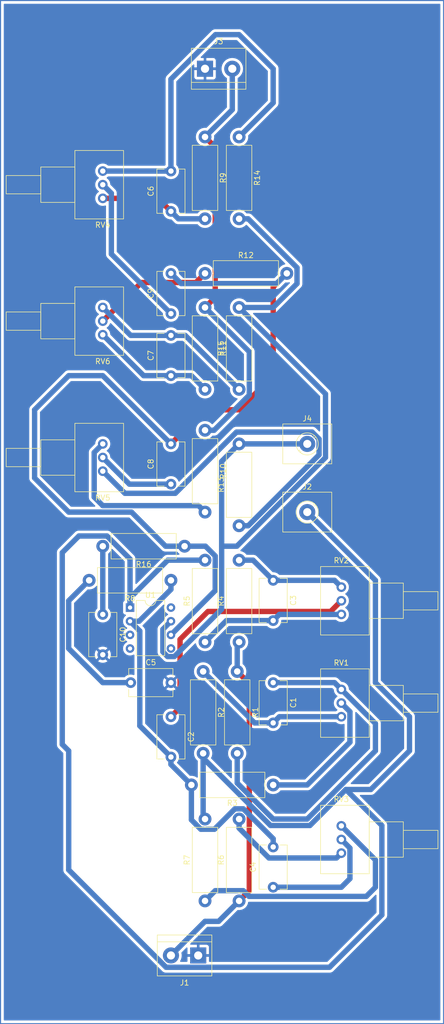
<source format=kicad_pcb>
(kicad_pcb (version 20221018) (generator pcbnew)
  (title_block (title "Band Equalizer Module ") (date "23.07.2023") (rev "1.0") (company "by Muxtar_Safarov"))
  (layers (0 "F.Cu" signal) (31 "B.Cu" signal) (34 "B.Paste" user) (35 "F.Paste" user) (36 "B.SilkS" user "B.Silkscreen") (37 "F.SilkS" user "F.Silkscreen") (38 "B.Mask" user) (39 "F.Mask" user) (44 "Edge.Cuts" user))
  (net 0 "")
  (net 1 "Net-(C1-Pad1)")
  (net 2 "Net-(C1-Pad2)")
  (net 3 "Net-(C2-Pad1)")
  (net 4 "Net-(U1A--)")
  (net 5 "Net-(C3-Pad1)")
  (net 6 "Net-(C3-Pad2)")
  (net 7 "Net-(C4-Pad1)")
  (net 8 "Net-(C5-Pad1)")
  (net 9 "Earth")
  (net 10 "Net-(C6-Pad1)")
  (net 11 "Net-(C6-Pad2)")
  (net 12 "Net-(C7-Pad1)")
  (net 13 "Net-(C7-Pad2)")
  (net 14 "Net-(C8-Pad1)")
  (net 15 "Net-(U1B--)")
  (net 16 "Net-(C9-Pad1)")
  (net 17 "Net-(C10-Pad1)")
  (net 18 "Net-(J1-Pin_2)")
  (net 19 "Net-(J2-Pin_1)")
  (net 20 "Net-(J3-Pin_2)")
  (net 21 "Net-(J4-Pin_1)")
  (net 22 "Net-(R3-Pad1)")
  (net 23 "Net-(R6-Pad2)")
  (net 24 "Net-(R7-Pad1)")
  (net 25 "Net-(R10-Pad2)")
  (net 26 "Net-(R12-Pad1)")
  (net 27 "Net-(R13-Pad1)")
  (net 28 "-15V")
  (net 29 "+15V")
  (footprint "Resistor_THT:R_Axial_DIN0414_L11.9mm_D4.5mm_P15.24mm_Horizontal" (layer "F.Cu") (at 101.6 180.34 90)
    (fp_text reference "R6" (at 7.62 -3.37 90) (layer "F.SilkS"))
    (fp_text value "1,8K")
    (pad "1" thru_hole circle (at 0 0 90) (size 2.4 2.4) (drill 1.2) (layers "*.Cu" "*.Mask") (net 18 "Net-(J1-Pin_2)"))
    (pad "2" thru_hole oval (at 15.24 0 90) (size 2.4 2.4) (drill 1.2) (layers "*.Cu" "*.Mask") (net 23 "Net-(R6-Pad2)"))
  )
  (footprint "Resistor_THT:R_Axial_DIN0414_L11.9mm_D4.5mm_P15.24mm_Horizontal" (layer "F.Cu") (at 95.25 69.85 -90)
    (fp_text reference "R11" (at 7.62 -3.37 90) (layer "F.SilkS"))
    (fp_text value "10K")
    (pad "1" thru_hole circle (at 0 0 270) (size 2.4 2.4) (drill 1.2) (layers "*.Cu" "*.Mask") (net 20 "Net-(J3-Pin_2)"))
    (pad "2" thru_hole oval (at 15.24 0 270) (size 2.4 2.4) (drill 1.2) (layers "*.Cu" "*.Mask") (net 12 "Net-(C7-Pad1)"))
  )
  (footprint "Potentiometer_THT:Potentiometer_Vishay_148-149_Single_Horizontal" (layer "F.Cu") (at 76.2 95.25 180)
    (fp_text reference "RV5" (at 0 -10.04) (layer "F.SilkS"))
    (fp_text value "1K")
    (pad "1" thru_hole circle (at 0 0 180) (size 1.8 1.8) (drill 1) (layers "*.Cu" "*.Mask") (net 25 "Net-(R10-Pad2)"))
    (pad "2" thru_hole circle (at 0 -2.54 180) (size 1.8 1.8) (drill 1) (layers "*.Cu" "*.Mask") (net 14 "Net-(C8-Pad1)"))
    (pad "3" thru_hole circle (at 0 -5.08 180) (size 1.8 1.8) (drill 1) (layers "*.Cu" "*.Mask") (net 27 "Net-(R13-Pad1)"))
  )
  (footprint "Capacitor_THT:C_Disc_D8.0mm_W5.0mm_P7.50mm" (layer "F.Cu") (at 88.9 51.95 90)
    (fp_text reference "C6" (at 3.75 -3.75 90) (layer "F.SilkS"))
    (fp_text value "4,7nF")
    (pad "1" thru_hole circle (at 0 0 90) (size 2 2) (drill 1) (layers "*.Cu" "*.Mask") (net 10 "Net-(C6-Pad1)"))
    (pad "2" thru_hole circle (at 7.5 0 90) (size 2 2) (drill 1) (layers "*.Cu" "*.Mask") (net 11 "Net-(C6-Pad2)"))
  )
  (footprint "Potentiometer_THT:Potentiometer_Vishay_148-149_Single_Horizontal" (layer "F.Cu") (at 120.65 127)
    (fp_text reference "RV2" (at 0 -10.04) (layer "F.SilkS"))
    (fp_text value "100K")
    (pad "1" thru_hole circle (at 0 0) (size 1.8 1.8) (drill 1) (layers "*.Cu" "*.Mask") (net 6 "Net-(C3-Pad2)"))
    (pad "2" thru_hole circle (at 0 -2.54) (size 1.8 1.8) (drill 1) (layers "*.Cu" "*.Mask") (net 3 "Net-(C2-Pad1)"))
    (pad "3" thru_hole circle (at 0 -5.08) (size 1.8 1.8) (drill 1) (layers "*.Cu" "*.Mask") (net 5 "Net-(C3-Pad1)"))
  )
  (footprint "Resistor_THT:R_Axial_DIN0414_L11.9mm_D4.5mm_P15.24mm_Horizontal" (layer "F.Cu") (at 107.95 158.75 180)
    (fp_text reference "R3" (at 7.62 -3.37) (layer "F.SilkS"))
    (fp_text value "10K")
    (pad "1" thru_hole circle (at 0 0 180) (size 2.4 2.4) (drill 1.2) (layers "*.Cu" "*.Mask") (net 22 "Net-(R3-Pad1)"))
    (pad "2" thru_hole oval (at 15.24 0 180) (size 2.4 2.4) (drill 1.2) (layers "*.Cu" "*.Mask") (net 4 "Net-(U1A--)"))
  )
  (footprint "Resistor_THT:R_Axial_DIN0414_L11.9mm_D4.5mm_P15.24mm_Horizontal" (layer "F.Cu") (at 95.25 63.5)
    (fp_text reference "R12" (at 7.62 -3.37) (layer "F.SilkS"))
    (fp_text value "10K")
    (pad "1" thru_hole circle (at 0 0) (size 2.4 2.4) (drill 1.2) (layers "*.Cu" "*.Mask") (net 26 "Net-(R12-Pad1)"))
    (pad "2" thru_hole oval (at 15.24 0) (size 2.4 2.4) (drill 1.2) (layers "*.Cu" "*.Mask") (net 15 "Net-(U1B--)"))
  )
  (footprint "TerminalBlock_MetzConnect:TerminalBlock_MetzConnect_360271_1x01_Horizontal_ScrewM3.0_Boxed" (layer "F.Cu") (at 114.3 95.25)
    (fp_text reference "J4" (at 0 -4.71) (layer "F.SilkS"))
    (fp_text value "LEFT OUT ")
    (pad "1" thru_hole circle (at 0 0) (size 3 3) (drill 1.5) (layers "*.Cu" "*.Mask") (net 21 "Net-(J4-Pin_1)"))
  )
  (footprint "Resistor_THT:R_Axial_DIN0414_L11.9mm_D4.5mm_P15.24mm_Horizontal" (layer "F.Cu") (at 101.6 38.1 -90)
    (fp_text reference "R14" (at 7.62 -3.37 90) (layer "F.SilkS"))
    (fp_text value "3,3K")
    (pad "1" thru_hole circle (at 0 0 270) (size 2.4 2.4) (drill 1.2) (layers "*.Cu" "*.Mask") (net 11 "Net-(C6-Pad2)"))
    (pad "2" thru_hole oval (at 15.24 0 270) (size 2.4 2.4) (drill 1.2) (layers "*.Cu" "*.Mask") (net 21 "Net-(J4-Pin_1)"))
  )
  (footprint "Capacitor_THT:C_Disc_D8.0mm_W5.0mm_P7.50mm" (layer "F.Cu") (at 88.9 71 90)
    (fp_text reference "C9" (at 3.75 -3.75 90) (layer "F.SilkS"))
    (fp_text value "22nF")
    (pad "1" thru_hole circle (at 0 0 90) (size 2 2) (drill 1) (layers "*.Cu" "*.Mask") (net 16 "Net-(C9-Pad1)"))
    (pad "2" thru_hole circle (at 7.5 0 90) (size 2 2) (drill 1) (layers "*.Cu" "*.Mask") (net 15 "Net-(U1B--)"))
  )
  (footprint "Resistor_THT:R_Axial_DIN0414_L11.9mm_D4.5mm_P15.24mm_Horizontal" (layer "F.Cu") (at 88.9 120.65 180)
    (fp_text reference "R8" (at 7.62 -3.37) (layer "F.SilkS"))
    (fp_text value "1,8K")
    (pad "1" thru_hole circle (at 0 0 180) (size 2.4 2.4) (drill 1.2) (layers "*.Cu" "*.Mask") (net 4 "Net-(U1A--)"))
    (pad "2" thru_hole oval (at 15.24 0 180) (size 2.4 2.4) (drill 1.2) (layers "*.Cu" "*.Mask") (net 8 "Net-(C5-Pad1)"))
  )
  (footprint "Resistor_THT:R_Axial_DIN0414_L11.9mm_D4.5mm_P15.24mm_Horizontal" (layer "F.Cu") (at 91.44 114.3 180)
    (fp_text reference "R16" (at 7.62 -3.37) (layer "F.SilkS"))
    (fp_text value "1,8K")
    (pad "1" thru_hole circle (at 0 0 180) (size 2.4 2.4) (drill 1.2) (layers "*.Cu" "*.Mask") (net 15 "Net-(U1B--)"))
    (pad "2" thru_hole oval (at 15.24 0 180) (size 2.4 2.4) (drill 1.2) (layers "*.Cu" "*.Mask") (net 17 "Net-(C10-Pad1)"))
  )
  (footprint "Resistor_THT:R_Axial_DIN0414_L11.9mm_D4.5mm_P15.24mm_Horizontal" (layer "F.Cu") (at 94.9 137.62 -90)
    (fp_text reference "R2" (at 7.62 -3.37 90) (layer "F.SilkS"))
    (fp_text value "10K")
    (pad "1" thru_hole circle (at 0 0 270) (size 2.4 2.4) (drill 1.2) (layers "*.Cu" "*.Mask") (net 2 "Net-(C1-Pad2)"))
    (pad "2" thru_hole oval (at 15.24 0 270) (size 2.4 2.4) (drill 1.2) (layers "*.Cu" "*.Mask") (net 19 "Net-(J2-Pin_1)"))
  )
  (footprint "Potentiometer_THT:Potentiometer_Vishay_148-149_Single_Horizontal" (layer "F.Cu") (at 120.65 171.45)
    (fp_text reference "RV3" (at 0 -10.04) (layer "F.SilkS"))
    (fp_text value "1K")
    (pad "1" thru_hole circle (at 0 0) (size 1.8 1.8) (drill 1) (layers "*.Cu" "*.Mask") (net 23 "Net-(R6-Pad2)"))
    (pad "2" thru_hole circle (at 0 -2.54) (size 1.8 1.8) (drill 1) (layers "*.Cu" "*.Mask") (net 7 "Net-(C4-Pad1)"))
    (pad "3" thru_hole circle (at 0 -5.08) (size 1.8 1.8) (drill 1) (layers "*.Cu" "*.Mask") (net 24 "Net-(R7-Pad1)"))
  )
  (footprint "TerminalBlock:TerminalBlock_bornier-2_P5.08mm" (layer "F.Cu") (at 93.98 190.5 180)
    (fp_text reference "J1" (at 2.54 -5.08) (layer "F.SilkS"))
    (fp_text value "Right IN")
    (pad "1" thru_hole rect (at 0 0 180) (size 3 3) (drill 1.52) (layers "*.Cu" "*.Mask") (net 9 "Earth"))
    (pad "2" thru_hole circle (at 5.08 0 180) (size 3 3) (drill 1.52) (layers "*.Cu" "*.Mask") (net 18 "Net-(J1-Pin_2)"))
  )
  (footprint "Potentiometer_THT:Potentiometer_Vishay_148-149_Single_Horizontal" (layer "F.Cu") (at 76.2 69.85 180)
    (fp_text reference "RV6" (at 0 -10.04) (layer "F.SilkS"))
    (fp_text value "100K")
    (pad "1" thru_hole circle (at 0 0 180) (size 1.8 1.8) (drill 1) (layers "*.Cu" "*.Mask") (net 13 "Net-(C7-Pad2)"))
    (pad "2" thru_hole circle (at 0 -2.54 180) (size 1.8 1.8) (drill 1) (layers "*.Cu" "*.Mask") (net 26 "Net-(R12-Pad1)"))
    (pad "3" thru_hole circle (at 0 -5.08 180) (size 1.8 1.8) (drill 1) (layers "*.Cu" "*.Mask") (net 12 "Net-(C7-Pad1)"))
  )
  (footprint "Capacitor_THT:C_Disc_D8.0mm_W5.0mm_P7.50mm" (layer "F.Cu") (at 76.2 127 -90)
    (fp_text reference "C10" (at 3.75 -3.75 90) (layer "F.SilkS"))
    (fp_text value "2.2nF")
    (pad "1" thru_hole circle (at 0 0 270) (size 2 2) (drill 1) (layers "*.Cu" "*.Mask") (net 17 "Net-(C10-Pad1)"))
    (pad "2" thru_hole circle (at 7.5 0 270) (size 2 2) (drill 1) (layers "*.Cu" "*.Mask") (net 9 "Earth"))
  )
  (footprint "Potentiometer_THT:Potentiometer_Vishay_148-149_Single_Horizontal" (layer "F.Cu") (at 120.65 146.05)
    (fp_text reference "RV1" (at 0 -10.04) (layer "F.SilkS"))
    (fp_text value "100K")
    (pad "1" thru_hole circle (at 0 0) (size 1.8 1.8) (drill 1) (layers "*.Cu" "*.Mask") (net 2 "Net-(C1-Pad2)"))
    (pad "2" thru_hole circle (at 0 -2.54) (size 1.8 1.8) (drill 1) (layers "*.Cu" "*.Mask") (net 22 "Net-(R3-Pad1)"))
    (pad "3" thru_hole circle (at 0 -5.08) (size 1.8 1.8) (drill 1) (layers "*.Cu" "*.Mask") (net 1 "Net-(C1-Pad1)"))
  )
  (footprint "Resistor_THT:R_Axial_DIN0414_L11.9mm_D4.5mm_P15.24mm_Horizontal" (layer "F.Cu") (at 101.6 132.14 90)
    (fp_text reference "R4" (at 7.62 -3.37 90) (layer "F.SilkS"))
    (fp_text value "3,3K")
    (pad "1" thru_hole circle (at 0 0 90) (size 2.4 2.4) (drill 1.2) (layers "*.Cu" "*.Mask") (net 18 "Net-(J1-Pin_2)"))
    (pad "2" thru_hole oval (at 15.24 0 90) (size 2.4 2.4) (drill 1.2) (layers "*.Cu" "*.Mask") (net 5 "Net-(C3-Pad1)"))
  )
  (footprint "Resistor_THT:R_Axial_DIN0414_L11.9mm_D4.5mm_P15.24mm_Horizontal" (layer "F.Cu") (at 101.6 110.49 90)
    (fp_text reference "R13" (at 7.62 -3.37 90) (layer "F.SilkS"))
    (fp_text value "1,8K")
    (pad "1" thru_hole circle (at 0 0 90) (size 2.4 2.4) (drill 1.2) (layers "*.Cu" "*.Mask") (net 27 "Net-(R13-Pad1)"))
    (pad "2" thru_hole oval (at 15.24 0 90) (size 2.4 2.4) (drill 1.2) (layers "*.Cu" "*.Mask") (net 21 "Net-(J4-Pin_1)"))
  )
  (footprint "Capacitor_THT:C_Disc_D8.0mm_W5.0mm_P7.50mm" (layer "F.Cu") (at 107.95 120.65 -90)
    (fp_text reference "C3" (at 3.75 -3.75 90) (layer "F.SilkS"))
    (fp_text value "4,7nF")
    (pad "1" thru_hole circle (at 0 0 270) (size 2 2) (drill 1) (layers "*.Cu" "*.Mask") (net 5 "Net-(C3-Pad1)"))
    (pad "2" thru_hole circle (at 7.5 0 270) (size 2 2) (drill 1) (layers "*.Cu" "*.Mask") (net 6 "Net-(C3-Pad2)"))
  )
  (footprint "Potentiometer_THT:Potentiometer_Vishay_148-149_Single_Horizontal" (layer "F.Cu") (at 76.2 44.45 180)
    (fp_text reference "RV4" (at 0 -10.04) (layer "F.SilkS"))
    (fp_text value "100K")
    (pad "1" thru_hole circle (at 0 0 180) (size 1.8 1.8) (drill 1) (layers "*.Cu" "*.Mask") (net 11 "Net-(C6-Pad2)"))
    (pad "2" thru_hole circle (at 0 -2.54 180) (size 1.8 1.8) (drill 1) (layers "*.Cu" "*.Mask") (net 16 "Net-(C9-Pad1)"))
    (pad "3" thru_hole circle (at 0 -5.08 180) (size 1.8 1.8) (drill 1) (layers "*.Cu" "*.Mask") (net 10 "Net-(C6-Pad1)"))
  )
  (footprint "Capacitor_THT:C_Disc_D8.0mm_W5.0mm_P7.50mm" (layer "F.Cu") (at 88.9 146.05 -90)
    (fp_text reference "C2" (at 3.75 -3.75 90) (layer "F.SilkS"))
    (fp_text value "22nF")
    (pad "1" thru_hole circle (at 0 0 270) (size 2 2) (drill 1) (layers "*.Cu" "*.Mask") (net 3 "Net-(C2-Pad1)"))
    (pad "2" thru_hole circle (at 7.5 0 270) (size 2 2) (drill 1) (layers "*.Cu" "*.Mask") (net 4 "Net-(U1A--)"))
  )
  (footprint "Package_DIP:DIP-8_W7.62mm" (layer "F.Cu") (at 81.28 125.73)
    (fp_text reference "U1" (at 3.81 -2.33) (layer "F.SilkS"))
    (fp_text value "NE5532")
    (pad "1" thru_hole rect (at 0 0) (size 1.6 1.6) (drill 0.8) (layers "*.Cu" "*.Mask") (net 19 "Net-(J2-Pin_1)"))
    (pad "2" thru_hole oval (at 0 2.54) (size 1.6 1.6) (drill 0.8) (layers "*.Cu" "*.Mask") (net 4 "Net-(U1A--)"))
    (pad "3" thru_hole oval (at 0 5.08) (size 1.6 1.6) (drill 0.8) (layers "*.Cu" "*.Mask") (net 9 "Earth"))
    (pad "4" thru_hole oval (at 0 7.62) (size 1.6 1.6) (drill 0.8) (layers "*.Cu" "*.Mask") (net 28 "-15V"))
    (pad "5" thru_hole oval (at 7.62 7.62) (size 1.6 1.6) (drill 0.8) (layers "*.Cu" "*.Mask") (net 9 "Earth"))
    (pad "6" thru_hole oval (at 7.62 5.08) (size 1.6 1.6) (drill 0.8) (layers "*.Cu" "*.Mask") (net 15 "Net-(U1B--)"))
    (pad "7" thru_hole oval (at 7.62 2.54) (size 1.6 1.6) (drill 0.8) (layers "*.Cu" "*.Mask") (net 21 "Net-(J4-Pin_1)"))
    (pad "8" thru_hole oval (at 7.62 0) (size 1.6 1.6) (drill 0.8) (layers "*.Cu" "*.Mask") (net 29 "+15V"))
  )
  (footprint "Capacitor_THT:C_Disc_D8.0mm_W5.0mm_P7.50mm" (layer "F.Cu") (at 88.9 82.55 90)
    (fp_text reference "C7" (at 3.75 -3.75 90) (layer "F.SilkS"))
    (fp_text value "47nF")
    (pad "1" thru_hole circle (at 0 0 90) (size 2 2) (drill 1) (layers "*.Cu" "*.Mask") (net 12 "Net-(C7-Pad1)"))
    (pad "2" thru_hole circle (at 7.5 0 90) (size 2 2) (drill 1) (layers "*.Cu" "*.Mask") (net 13 "Net-(C7-Pad2)"))
  )
  (footprint "Resistor_THT:R_Axial_DIN0414_L11.9mm_D4.5mm_P15.24mm_Horizontal" (layer "F.Cu") (at 95.25 38.1 -90)
    (fp_text reference "R9" (at 7.62 -3.37 90) (layer "F.SilkS"))
    (fp_text value "3,3K")
    (pad "1" thru_hole circle (at 0 0 270) (size 2.4 2.4) (drill 1.2) (layers "*.Cu" "*.Mask") (net 20 "Net-(J3-Pin_2)"))
    (pad "2" thru_hole oval (at 15.24 0 270) (size 2.4 2.4) (drill 1.2) (layers "*.Cu" "*.Mask") (net 10 "Net-(C6-Pad1)"))
  )
  (footprint "Capacitor_THT:C_Disc_D8.0mm_W5.0mm_P7.50mm" (layer "F.Cu") (at 88.9 102.75 90)
    (fp_text reference "C8" (at 3.75 -3.75 90) (layer "F.SilkS"))
    (fp_text value "47nF")
    (pad "1" thru_hole circle (at 0 0 90) (size 2 2) (drill 1) (layers "*.Cu" "*.Mask") (net 14 "Net-(C8-Pad1)"))
    (pad "2" thru_hole circle (at 7.5 0 90) (size 2 2) (drill 1) (layers "*.Cu" "*.Mask") (net 15 "Net-(U1B--)"))
  )
  (footprint "Resistor_THT:R_Axial_DIN0414_L11.9mm_D4.5mm_P15.24mm_Horizontal" (layer "F.Cu") (at 95.25 132.14 90)
    (fp_text reference "R5" (at 7.62 -3.37 90) (layer "F.SilkS"))
    (fp_text value "3,3K")
    (pad "1" thru_hole circle (at 0 0 90) (size 2.4 2.4) (drill 1.2) (layers "*.Cu" "*.Mask") (net 6 "Net-(C3-Pad2)"))
    (pad "2" thru_hole oval (at 15.24 0 90) (size 2.4 2.4) (drill 1.2) (layers "*.Cu" "*.Mask") (net 19 "Net-(J2-Pin_1)"))
  )
  (footprint "Capacitor_THT:C_Disc_D8.0mm_W5.0mm_P7.50mm" (layer "F.Cu") (at 107.95 177.8 90)
    (fp_text reference "C4" (at 3.75 -3.75 90) (layer "F.SilkS"))
    (fp_text value "47nF")
    (pad "1" thru_hole circle (at 0 0 90) (size 2 2) (drill 1) (layers "*.Cu" "*.Mask") (net 7 "Net-(C4-Pad1)"))
    (pad "2" thru_hole circle (at 7.5 0 90) (size 2 2) (drill 1) (layers "*.Cu" "*.Mask") (net 4 "Net-(U1A--)"))
  )
  (footprint "Capacitor_THT:C_Disc_D8.0mm_W5.0mm_P7.50mm" (layer "F.Cu") (at 81.4 139.7)
    (fp_text reference "C5" (at 3.75 -3.75) (layer "F.SilkS"))
    (fp_text value "2.2nF")
    (pad "1" thru_hole circle (at 0 0) (size 2 2) (drill 1) (layers "*.Cu" "*.Mask") (net 8 "Net-(C5-Pad1)"))
    (pad "2" thru_hole circle (at 7.5 0) (size 2 2) (drill 1) (layers "*.Cu" "*.Mask") (net 9 "Earth"))
  )
  (footprint "Resistor_THT:R_Axial_DIN0414_L11.9mm_D4.5mm_P15.24mm_Horizontal" (layer "F.Cu") (at 95.25 92.71 -90)
    (fp_text reference "R10" (at 7.62 -3.37 90) (layer "F.SilkS"))
    (fp_text value "1,8K")
    (pad "1" thru_hole circle (at 0 0 270) (size 2.4 2.4) (drill 1.2) (layers "*.Cu" "*.Mask") (net 20 "Net-(J3-Pin_2)"))
    (pad "2" thru_hole oval (at 15.24 0 270) (size 2.4 2.4) (drill 1.2) (layers "*.Cu" "*.Mask") (net 25 "Net-(R10-Pad2)"))
  )
  (footprint "Resistor_THT:R_Axial_DIN0414_L11.9mm_D4.5mm_P15.24mm_Horizontal" (layer "F.Cu") (at 101.6 85.09 90)
    (fp_text reference "R15" (at 7.62 -3.37 90) (layer "F.SilkS"))
    (fp_text value "10K")
    (pad "1" thru_hole circle (at 0 0 90) (size 2.4 2.4) (drill 1.2) (layers "*.Cu" "*.Mask") (net 13 "Net-(C7-Pad2)"))
    (pad "2" thru_hole oval (at 15.24 0 90) (size 2.4 2.4) (drill 1.2) (layers "*.Cu" "*.Mask") (net 21 "Net-(J4-Pin_1)"))
  )
  (footprint "TerminalBlock:TerminalBlock_bornier-2_P5.08mm" (layer "F.Cu") (at 95.25 25.4)
    (fp_text reference "J3" (at 2.54 -5.08) (layer "F.SilkS"))
    (fp_text value "LEFT IN")
    (pad "1" thru_hole rect (at 0 0) (size 3 3) (drill 1.52) (layers "*.Cu" "*.Mask") (net 9 "Earth"))
    (pad "2" thru_hole circle (at 5.08 0) (size 3 3) (drill 1.52) (layers "*.Cu" "*.Mask") (net 20 "Net-(J3-Pin_2)"))
  )
  (footprint "Capacitor_THT:C_Disc_D8.0mm_W5.0mm_P7.50mm" (layer "F.Cu") (at 107.95 139.7 -90)
    (fp_text reference "C1" (at 3.75 -3.75 90) (layer "F.SilkS"))
    (fp_text value "47nF")
    (pad "1" thru_hole circle (at 0 0 270) (size 2 2) (drill 1) (layers "*.Cu" "*.Mask") (net 1 "Net-(C1-Pad1)"))
    (pad "2" thru_hole circle (at 7.5 0 270) (size 2 2) (drill 1) (layers "*.Cu" "*.Mask") (net 2 "Net-(C1-Pad2)"))
  )
  (footprint "Resistor_THT:R_Axial_DIN0414_L11.9mm_D4.5mm_P15.24mm_Horizontal" (layer "F.Cu") (at 95.25 180.34 90)
    (fp_text reference "R7" (at 7.62 -3.37 90) (layer "F.SilkS"))
    (fp_text value "1,8K")
    (pad "1" thru_hole circle (at 0 0 90) (size 2.4 2.4) (drill 1.2) (layers "*.Cu" "*.Mask") (net 24 "Net-(R7-Pad1)"))
    (pad "2" thru_hole oval (at 15.24 0 90) (size 2.4 2.4) (drill 1.2) (layers "*.Cu" "*.Mask") (net 19 "Net-(J2-Pin_1)"))
  )
  (footprint "TerminalBlock_MetzConnect:TerminalBlock_MetzConnect_360271_1x01_Horizontal_ScrewM3.0_Boxed" (layer "F.Cu") (at 114.3 107.95)
    (fp_text reference "J2" (at 0 -4.71) (layer "F.SilkS"))
    (fp_text value "RIGHT OUT ")
    (pad "1" thru_hole circle (at 0 0) (size 3 3) (drill 1.5) (layers "*.Cu" "*.Mask") (net 19 "Net-(J2-Pin_1)"))
  )
  (footprint "Resistor_THT:R_Axial_DIN0414_L11.9mm_D4.5mm_P15.24mm_Horizontal" (layer "F.Cu") (at 101.25 137.62 -90)
    (fp_text reference "R1" (at 7.62 -3.37 90) (layer "F.SilkS"))
    (fp_text value "10K")
    (pad "1" thru_hole circle (at 0 0 270) (size 2.4 2.4) (drill 1.2) (layers "*.Cu" "*.Mask") (net 18 "Net-(J1-Pin_2)"))
    (pad "2" thru_hole oval (at 15.24 0 270) (size 2.4 2.4) (drill 1.2) (layers "*.Cu" "*.Mask") (net 1 "Net-(C1-Pad1)"))
  )
  (gr_rect (start 57.15 12.7) (end 139.7 203.2) (stroke (width 0.2)) (fill none) (layer "B.Cu"))
  (segment (start 119.38 139.7) (end 120.65 140.97) (width 1) (layer "B.Cu") (net 1))
  (segment (start 127 152.4) (end 114.3 165.1) (width 1) (layer "B.Cu") (net 1))
  (segment (start 114.3 165.1) (end 107.95 165.1) (width 1) (layer "B.Cu") (net 1))
  (segment (start 120.65 140.97) (end 127 147.32) (width 1) (layer "B.Cu") (net 1))
  (segment (start 127 147.32) (end 127 152.4) (width 1) (layer "B.Cu") (net 1))
  (segment (start 107.95 165.1) (end 101.25 158.4) (width 1) (layer "B.Cu") (net 1))
  (segment (start 107.95 139.7) (end 119.38 139.7) (width 1) (layer "B.Cu") (net 1))
  (segment (start 101.25 158.4) (end 101.25 152.86) (width 1) (layer "B.Cu") (net 1))
  (segment (start 94.9 137.62) (end 104.48 147.2) (width 1) (layer "B.Cu") (net 2))
  (segment (start 107.95 147.2) (end 109.1 146.05) (width 1) (layer "B.Cu") (net 2))
  (segment (start 109.1 146.05) (end 120.65 146.05) (width 1) (layer "B.Cu") (net 2))
  (segment (start 104.48 147.2) (end 107.95 147.2) (width 1) (layer "B.Cu") (net 2))
  (segment (start 90.6 131.65) (end 95.8 126.45) (width 1) (layer "F.Cu") (net 3))
  (segment (start 95.8 126.45) (end 118.66 126.45) (width 1) (layer "F.Cu") (net 3))
  (segment (start 90.6 144.35) (end 90.6 131.65) (width 1) (layer "F.Cu") (net 3))
  (segment (start 88.9 146.05) (end 90.6 144.35) (width 1) (layer "F.Cu") (net 3))
  (segment (start 118.66 126.45) (end 120.65 124.46) (width 1) (layer "F.Cu") (net 3))
  (segment (start 102.387006 163.2) (end 107.95 168.762994) (width 1) (layer "B.Cu") (net 4))
  (segment (start 100.812994 163.2) (end 102.387006 163.2) (width 1) (layer "B.Cu") (net 4))
  (segment (start 81.28 128.27) (end 83.1 130.09) (width 1) (layer "B.Cu") (net 4))
  (segment (start 83.1 130.09) (end 83.1 147.75) (width 1) (layer "B.Cu") (net 4))
  (segment (start 88.9 153.55) (end 88.9 154.94) (width 1) (layer "B.Cu") (net 4))
  (segment (start 97.012994 167) (end 100.812994 163.2) (width 1) (layer "B.Cu") (net 4))
  (segment (start 107.95 168.762994) (end 107.95 170.3) (width 1) (layer "B.Cu") (net 4))
  (segment (start 88.9 122.347056) (end 82.977056 128.27) (width 1) (layer "B.Cu") (net 4))
  (segment (start 94.462994 167) (end 97.012994 167) (width 1) (layer "B.Cu") (net 4))
  (segment (start 88.9 154.94) (end 92.71 158.75) (width 1) (layer "B.Cu") (net 4))
  (segment (start 92.71 158.75) (end 92.71 165.247006) (width 1) (layer "B.Cu") (net 4))
  (segment (start 83.1 147.75) (end 88.9 153.55) (width 1) (layer "B.Cu") (net 4))
  (segment (start 88.9 120.65) (end 88.9 122.347056) (width 1) (layer "B.Cu") (net 4))
  (segment (start 82.977056 128.27) (end 81.28 128.27) (width 1) (layer "B.Cu") (net 4))
  (segment (start 92.71 165.247006) (end 94.462994 167) (width 1) (layer "B.Cu") (net 4))
  (segment (start 107.95 120.65) (end 119.38 120.65) (width 1) (layer "B.Cu") (net 5))
  (segment (start 119.38 120.65) (end 120.65 121.92) (width 1) (layer "B.Cu") (net 5))
  (segment (start 104.2 116.9) (end 107.95 120.65) (width 1) (layer "B.Cu") (net 5))
  (segment (start 101.6 116.9) (end 104.2 116.9) (width 1) (layer "B.Cu") (net 5))
  (segment (start 120.65 127) (end 109.1 127) (width 1) (layer "B.Cu") (net 6))
  (segment (start 109.1 127) (end 107.95 128.15) (width 1) (layer "B.Cu") (net 6))
  (segment (start 99.24 128.15) (end 107.95 128.15) (width 1) (layer "B.Cu") (net 6))
  (segment (start 95.25 132.14) (end 99.24 128.15) (width 1) (layer "B.Cu") (net 6))
  (segment (start 122.25 176.2) (end 120.65 177.8) (width 1) (layer "B.Cu") (net 7))
  (segment (start 122.25 170.51) (end 122.25 176.2) (width 1) (layer "B.Cu") (net 7))
  (segment (start 120.65 177.8) (end 107.95 177.8) (width 1) (layer "B.Cu") (net 7))
  (segment (start 120.65 168.91) (end 122.25 170.51) (width 1) (layer "B.Cu") (net 7))
  (segment (start 69.85 133.35) (end 69.85 124.46) (width 1) (layer "B.Cu") (net 8))
  (segment (start 69.85 124.46) (end 73.66 120.65) (width 1) (layer "B.Cu") (net 8))
  (segment (start 76.2 139.7) (end 69.85 133.35) (width 1) (layer "B.Cu") (net 8))
  (segment (start 81.4 139.7) (end 76.2 139.7) (width 1) (layer "B.Cu") (net 8))
  (segment (start 86.48 49.53) (end 88.9 51.95) (width 1) (layer "F.Cu") (net 10))
  (segment (start 76.2 49.53) (end 86.48 49.53) (width 1) (layer "F.Cu") (net 10))
  (segment (start 90.29 53.34) (end 88.9 51.95) (width 1) (layer "B.Cu") (net 10))
  (segment (start 95.25 53.34) (end 90.29 53.34) (width 1) (layer "B.Cu") (net 10))
  (segment (start 97.2 19.05) (end 101.6 19.05) (width 1) (layer "B.Cu") (net 11))
  (segment (start 107.95 31.75) (end 101.6 38.1) (width 1) (layer "B.Cu") (net 11))
  (segment (start 88.9 44.45) (end 88.9 27.35) (width 1) (layer "B.Cu") (net 11))
  (segment (start 88.9 27.35) (end 97.2 19.05) (width 1) (layer "B.Cu") (net 11))
  (segment (start 88.9 44.45) (end 76.2 44.45) (width 1) (layer "B.Cu") (net 11))
  (segment (start 107.95 25.4) (end 107.95 31.75) (width 1) (layer "B.Cu") (net 11))
  (segment (start 101.6 19.05) (end 107.95 25.4) (width 1) (layer "B.Cu") (net 11))
  (segment (start 76.2 74.93) (end 83.82 82.55) (width 1) (layer "B.Cu") (net 12))
  (segment (start 83.82 82.55) (end 88.9 82.55) (width 1) (layer "B.Cu") (net 12))
  (segment (start 92.71 82.55) (end 95.25 85.09) (width 1) (layer "B.Cu") (net 12))
  (segment (start 88.9 82.55) (end 92.71 82.55) (width 1) (layer "B.Cu") (net 12))
  (segment (start 81.4 75.05) (end 76.2 69.85) (width 1) (layer "B.Cu") (net 13))
  (segment (start 101.6 85.09) (end 91.56 75.05) (width 1) (layer "B.Cu") (net 13))
  (segment (start 88.9 75.05) (end 81.4 75.05) (width 1) (layer "B.Cu") (net 13))
  (segment (start 91.56 75.05) (end 88.9 75.05) (width 1) (layer "B.Cu") (net 13))
  (segment (start 76.2 97.79) (end 81.16 102.75) (width 1) (layer "B.Cu") (net 14))
  (segment (start 81.16 102.75) (end 88.9 102.75) (width 1) (layer "B.Cu") (net 14))
  (segment (start 95.25 88.9) (end 101.6 88.9) (width 1) (layer "F.Cu") (net 15))
  (segment (start 101.6 88.9) (end 107.95 82.55) (width 1) (layer "F.Cu") (net 15))
  (segment (start 107.95 82.55) (end 107.95 66.04) (width 1) (layer "F.Cu") (net 15))
  (segment (start 88.9 95.25) (end 95.25 88.9) (width 1) (layer "F.Cu") (net 15))
  (segment (start 107.95 66.04) (end 110.49 63.5) (width 1) (layer "F.Cu") (net 15))
  (segment (start 90.8 65.4) (end 88.9 63.5) (width 1) (layer "B.Cu") (net 15))
  (segment (start 97.15 122.56) (end 97.15 116.112994) (width 1) (layer "B.Cu") (net 15))
  (segment (start 97.15 116.112994) (end 95.337006 114.3) (width 1) (layer "B.Cu") (net 15))
  (segment (start 81.557258 107.95) (end 69.85 107.95) (width 1) (layer "B.Cu") (net 15))
  (segment (start 110.49 63.5) (end 108.59 65.4) (width 1) (layer "B.Cu") (net 15))
  (segment (start 76.2 82.55) (end 88.9 95.25) (width 1) (layer "B.Cu") (net 15))
  (segment (start 63.5 88.9) (end 69.85 82.55) (width 1) (layer "B.Cu") (net 15))
  (segment (start 87.907258 114.3) (end 81.557258 107.95) (width 1) (layer "B.Cu") (net 15))
  (segment (start 63.5 101.6) (end 63.5 88.9) (width 1) (layer "B.Cu") (net 15))
  (segment (start 88.9 130.81) (end 97.15 122.56) (width 1) (layer "B.Cu") (net 15))
  (segment (start 91.44 114.3) (end 87.907258 114.3) (width 1) (layer "B.Cu") (net 15))
  (segment (start 69.85 107.95) (end 63.5 101.6) (width 1) (layer "B.Cu") (net 15))
  (segment (start 95.337006 114.3) (end 91.44 114.3) (width 1) (layer "B.Cu") (net 15))
  (segment (start 69.85 82.55) (end 76.2 82.55) (width 1) (layer "B.Cu") (net 15))
  (segment (start 108.59 65.4) (end 90.8 65.4) (width 1) (layer "B.Cu") (net 15))
  (segment (start 77.8 59.9) (end 88.9 71) (width 1) (layer "B.Cu") (net 16))
  (segment (start 77.8 48.59) (end 77.8 59.9) (width 1) (layer "B.Cu") (net 16))
  (segment (start 76.2 46.99) (end 77.8 48.59) (width 1) (layer "B.Cu") (net 16))
  (segment (start 76.2 114.3) (end 76.2 127) (width 1) (layer "B.Cu") (net 17))
  (segment (start 103.5 139.87) (end 103.5 178.44) (width 1) (layer "F.Cu") (net 18))
  (segment (start 101.25 137.62) (end 103.5 139.87) (width 1) (layer "F.Cu") (net 18))
  (segment (start 103.5 178.44) (end 101.6 180.34) (width 1) (layer "F.Cu") (net 18))
  (segment (start 101.25 132.49) (end 101.6 132.14) (width 1) (layer "B.Cu") (net 18))
  (segment (start 97.79 184.15) (end 95.25 184.15) (width 1) (layer "B.Cu") (net 18))
  (segment (start 95.25 184.15) (end 88.9 190.5) (width 1) (layer "B.Cu") (net 18))
  (segment (start 101.25 137.62) (end 101.25 132.49) (width 1) (layer "B.Cu") (net 18))
  (segment (start 101.6 180.34) (end 97.79 184.15) (width 1) (layer "B.Cu") (net 18))
  (segment (start 127 120.65) (end 127 139.7) (width 1) (layer "B.Cu") (net 19))
  (segment (start 94.9 153.747056) (end 94.9 152.86) (width 1) (layer "B.Cu") (net 19))
  (segment (start 94.9 164.75) (end 95.25 165.1) (width 1) (layer "B.Cu") (net 19))
  (segment (start 69.85 174.56127) (end 87.98873 192.7) (width 1) (layer "B.Cu") (net 19))
  (segment (start 69.85 152.4) (end 69.85 174.56127) (width 1) (layer "B.Cu") (net 19))
  (segment (start 81.28 116.692994) (end 76.987006 112.4) (width 1) (layer "B.Cu") (net 19))
  (segment (start 81.28 125.73) (end 81.28 116.692994) (width 1) (layer "B.Cu") (net 19))
  (segment (start 68.65 151.2) (end 69.85 152.4) (width 1) (layer "B.Cu") (net 19))
  (segment (start 114.797056 166.3) (end 107.452944 166.3) (width 1) (layer "B.Cu") (net 19))
  (segment (start 133.35 146.05) (end 133.35 152.4) (width 1) (layer "B.Cu") (net 19))
  (segment (start 128.2 182.95) (end 128.2 166.3) (width 1) (layer "B.Cu") (net 19))
  (segment (start 127 139.7) (end 133.35 146.05) (width 1) (layer "B.Cu") (net 19))
  (segment (start 126.151472 159.598528) (end 121.498528 159.598528) (width 1) (layer "B.Cu") (net 19))
  (segment (start 94.9 152.86) (end 94.9 164.75) (width 1) (layer "B.Cu") (net 19))
  (segment (start 114.3 107.95) (end 127 120.65) (width 1) (layer "B.Cu") (net 19))
  (segment (start 133.35 152.4) (end 126.151472 159.598528) (width 1) (layer "B.Cu") (net 19))
  (segment (start 121.498528 159.598528) (end 114.797056 166.3) (width 1) (layer "B.Cu") (net 19))
  (segment (start 81.28 123.93) (end 88.31 116.9) (width 1) (layer "B.Cu") (net 19))
  (segment (start 71.75 112.4) (end 68.65 115.5) (width 1) (layer "B.Cu") (net 19))
  (segment (start 87.98873 192.7) (end 118.45 192.7) (width 1) (layer "B.Cu") (net 19))
  (segment (start 118.45 192.7) (end 128.2 182.95) (width 1) (layer "B.Cu") (net 19))
  (segment (start 68.65 115.5) (end 68.65 151.2) (width 1) (layer "B.Cu") (net 19))
  (segment (start 81.28 125.73) (end 81.28 123.93) (width 1) (layer "B.Cu") (net 19))
  (segment (start 88.31 116.9) (end 95.25 116.9) (width 1) (layer "B.Cu") (net 19))
  (segment (start 128.2 166.3) (end 121.498528 159.598528) (width 1) (layer "B.Cu") (net 19))
  (segment (start 76.987006 112.4) (end 71.75 112.4) (width 1) (layer "B.Cu") (net 19))
  (segment (start 107.452944 166.3) (end 94.9 153.747056) (width 1) (layer "B.Cu") (net 19))
  (segment (start 97.15 40) (end 97.15 67.95) (width 1) (layer "F.Cu") (net 20))
  (segment (start 97.15 67.95) (end 95.25 69.85) (width 1) (layer "F.Cu") (net 20))
  (segment (start 95.25 38.1) (end 97.15 40) (width 1) (layer "F.Cu") (net 20))
  (segment (start 96.947056 92.71) (end 103.5 86.157056) (width 1) (layer "B.Cu") (net 20))
  (segment (start 100.33 25.4) (end 100.33 33.02) (width 1) (layer "B.Cu") (net 20))
  (segment (start 100.33 33.02) (end 95.25 38.1) (width 1) (layer "B.Cu") (net 20))
  (segment (start 95.25 92.71) (end 96.947056 92.71) (width 1) (layer "B.Cu") (net 20))
  (segment (start 103.5 78.1) (end 95.25 69.85) (width 1) (layer "B.Cu") (net 20))
  (segment (start 103.5 86.157056) (end 103.5 78.1) (width 1) (layer "B.Cu") (net 20))
  (segment (start 117.7 85.95) (end 117.7 97.784112) (width 1) (layer "B.Cu") (net 21))
  (segment (start 88.278679 134.85) (end 87.4 133.971321) (width 1) (layer "B.Cu") (net 21))
  (segment (start 101.6 69.85) (end 117.7 85.95) (width 1) (layer "B.Cu") (net 21))
  (segment (start 98.35 126.021321) (end 89.521321 134.85) (width 1) (layer "B.Cu") (net 21))
  (segment (start 87.4 133.971321) (end 87.4 129.77) (width 1) (layer "B.Cu") (net 21))
  (segment (start 103.297056 53.34) (end 112.39 62.432944) (width 1) (layer "B.Cu") (net 21))
  (segment (start 98.35 114.3) (end 98.35 126.021321) (width 1) (layer "B.Cu") (net 21))
  (segment (start 112.39 62.432944) (end 112.39 65.41) (width 1) (layer "B.Cu") (net 21))
  (segment (start 98.35 98.5) (end 98.35 114.3) (width 1) (layer "B.Cu") (net 21))
  (segment (start 101.6 53.34) (end 103.297056 53.34) (width 1) (layer "B.Cu") (net 21))
  (segment (start 107.95 69.85) (end 101.6 69.85) (width 1) (layer "B.Cu") (net 21))
  (segment (start 101.6 95.25) (end 98.35 98.5) (width 1) (layer "B.Cu") (net 21))
  (segment (start 117.7 97.784112) (end 101.184112 114.3) (width 1) (layer "B.Cu") (net 21))
  (segment (start 101.6 95.25) (end 114.3 95.25) (width 1) (layer "B.Cu") (net 21))
  (segment (start 112.39 65.41) (end 107.95 69.85) (width 1) (layer "B.Cu") (net 21))
  (segment (start 89.521321 134.85) (end 88.278679 134.85) (width 1) (layer "B.Cu") (net 21))
  (segment (start 101.184112 114.3) (end 98.35 114.3) (width 1) (layer "B.Cu") (net 21))
  (segment (start 87.4 129.77) (end 88.9 128.27) (width 1) (layer "B.Cu") (net 21))
  (segment (start 114.3 158.75) (end 107.95 158.75) (width 1) (layer "B.Cu") (net 22))
  (segment (start 122.25 150.8) (end 114.3 158.75) (width 1) (layer "B.Cu") (net 22))
  (segment (start 122.25 145.11) (end 122.25 150.8) (width 1) (layer "B.Cu") (net 22))
  (segment (start 120.65 143.51) (end 122.25 145.11) (width 1) (layer "B.Cu") (net 22))
  (segment (start 120.65 171.45) (end 119.75 172.35) (width 1) (layer "B.Cu") (net 23))
  (segment (start 101.6 166.797056) (end 101.6 165.1) (width 1) (layer "B.Cu") (net 23))
  (segment (start 119.75 172.35) (end 107.152944 172.35) (width 1) (layer "B.Cu") (net 23))
  (segment (start 107.152944 172.35) (end 101.6 166.797056) (width 1) (layer "B.Cu") (net 23))
  (segment (start 102.387006 178.44) (end 103.447006 179.5) (width 1) (layer "B.Cu") (net 24))
  (segment (start 103.447006 179.5) (end 125.3 179.5) (width 1) (layer "B.Cu") (net 24))
  (segment (start 127 177.8) (end 127 172.72) (width 1) (layer "B.Cu") (net 24))
  (segment (start 95.25 180.34) (end 97.15 178.44) (width 1) (layer "B.Cu") (net 24))
  (segment (start 127 172.72) (end 120.65 166.37) (width 1) (layer "B.Cu") (net 24))
  (segment (start 125.3 179.5) (end 127 177.8) (width 1) (layer "B.Cu") (net 24))
  (segment (start 97.15 178.44) (end 102.387006 178.44) (width 1) (layer "B.Cu") (net 24))
  (segment (start 74.6 96.85) (end 74.6 105.15) (width 1) (layer "B.Cu") (net 25))
  (segment (start 76.2 106.75) (end 94.05 106.75) (width 1) (layer "B.Cu") (net 25))
  (segment (start 74.6 105.15) (end 76.2 106.75) (width 1) (layer "B.Cu") (net 25))
  (segment (start 94.05 106.75) (end 95.25 107.95) (width 1) (layer "B.Cu") (net 25))
  (segment (start 76.2 95.25) (end 74.6 96.85) (width 1) (layer "B.Cu") (net 25))
  (segment (start 83.39 65.2) (end 76.2 72.39) (width 1) (layer "F.Cu") (net 26))
  (segment (start 93.55 65.2) (end 83.39 65.2) (width 1) (layer "F.Cu") (net 26))
  (segment (start 95.25 63.5) (end 93.55 65.2) (width 1) (layer "F.Cu") (net 26))
  (segment (start 116.5 94.33873) (end 115.21127 93.05) (width 1) (layer "B.Cu") (net 27))
  (segment (start 101.6 110.49) (end 103.297056 110.49) (width 1) (layer "B.Cu") (net 27))
  (segment (start 116.5 97.287056) (end 116.5 94.33873) (width 1) (layer "B.Cu") (net 27))
  (segment (start 103.297056 110.49) (end 116.5 97.287056) (width 1) (layer "B.Cu") (net 27))
  (segment (start 80.32 104.45) (end 76.2 100.33) (width 1) (layer "B.Cu") (net 27))
  (segment (start 115.21127 93.05) (end 101.112994 93.05) (width 1) (layer "B.Cu") (net 27))
  (segment (start 101.112994 93.05) (end 89.712994 104.45) (width 1) (layer "B.Cu") (net 27))
  (segment (start 89.712994 104.45) (end 80.32 104.45) (width 1) (layer "B.Cu") (net 27))
  (zone (net 9) (net_name "Earth") (layer "B.Cu") (connect_pads (clearance 0.5)) (min_thickness 0.25) (fill yes (thermal_gap 0.5) (thermal_bridge_width 0.5))
    (polygon (pts (xy 57.15 12.7) (xy 57.15 203.2) (xy 139.7 203.2) (xy 139.7 12.7)))
  )
)
</source>
